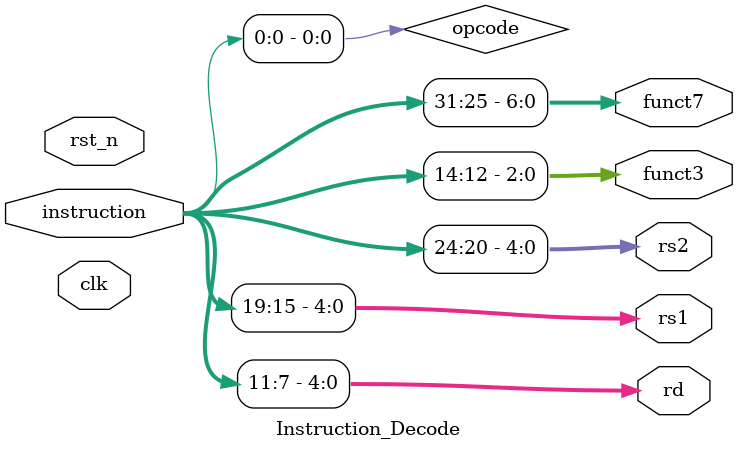
<source format=v>
module Instruction_Decode (
  input                   clk             ,// Clock
  input                   rst_n           ,// Asynchronous reset active low
  input  [32:0]           instruction     , // Instruction from Instruction Memory
  output [4:0]            rd              ,
  output [4:0]            rs1             ,
  output [4:0]            rs2             ,
  output [2:0]            funct3          ,
  output [6:0]            funct7           

);
  assign opcode = instruction[6:0]  ; //Opcode to Control Unit
  assign rd     = instruction[11:7] ; //Register Destination
  assign rs1    = instruction[19:15]; //Register Source 1
  assign rs2    = instruction[24:20]; //Register Source 2
  assign funct3 = instruction[14:12];
  assign funct7 = instruction[31:25];
endmodule
</source>
